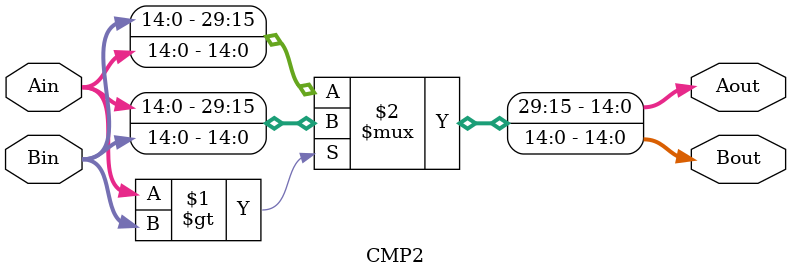
<source format=v>
`timescale 1ns/10ps

module PE(
// CNT form CNTcounter
CNT1,
CNT2,
CNT3,
CNT4,
CNT5,
CNT6,
// next {CNT, flag} to CNTcounter
CNT1_n,
CNT2_n,
CNT3_n,
CNT4_n,
CNT5_n,
CNT6_n,

sum,
flag
);
	input	[14:0]	CNT1, CNT2, CNT3, CNT4, CNT5, CNT6;
	output	[14:0]	CNT1_n, CNT2_n, CNT3_n, CNT4_n, CNT5_n, CNT6_n;
	output 	[7:0]	sum;
	output	[6:0]	flag;
	
	wire [14:0]	U0_min, U0_mid, U0_max;
	wire [14:0] 	U1_min, U1_mid, U1_max;
	wire [14:0]	U2_min, U2_max;
	wire [14:0]	U3_min, U3_max;
	wire [14:0]	U4_min, U4_max;
	CMP3 U0(
		.Ain	(CNT1), 
		.Bin	(CNT2), 
		.Cin	(CNT3), 
		.Aout	(U0_max), 
		.Bout	(U0_mid), 
		.Cout	(U0_min)
	);
	CMP3 U1(
		.Ain	(CNT4), 
		.Bin	(CNT5), 
		.Cin	(CNT6), 
		.Aout	(U1_max), 
		.Bout	(U1_mid), 
		.Cout	(U1_min)
	);
	CMP2 U2(
		.Ain	(U0_min), 
		.Bin	(U1_min),  
		.Aout	(U2_max), 
		.Bout	(U2_min)
	);
	CMP2 U3(
		.Ain	(U0_mid), 
		.Bin	(U1_mid), 
		.Aout	(U3_max), 
		.Bout	(U3_min)
	);
	CMP2 U4(
		.Ain	(U2_max), 
		.Bin	(U3_min), 
		.Aout	(U4_max), 
		.Bout	(U4_min) 
	);
	
	assign {CNT1_n, CNT2_n, CNT3_n, CNT4_n} = {U0_max, U1_max, U3_max, U4_max};
	assign {CNT5_n, CNT6_n} = {U4_min, U2_min};
	assign sum = CNT5_n[14:7] + CNT6_n[14:7];
	assign flag[5:0] = CNT5_n[5:0]|CNT6_n[5:0];
	assign flag[6] = 1'b0;
	
endmodule

`define BITS 15
module CMP3(Ain, Bin, Cin, Aout, Bout, Cout);
input[`BITS-1:0] Ain, Bin, Cin;
output reg[`BITS-1:0] Aout, Bout, Cout;
wire A_lt_B, A_lt_C, B_lt_C;
assign A_lt_B = (Ain < Bin);
assign A_lt_C = (Ain < Cin);
assign B_lt_C = (Bin < Cin);
always@(*) begin
	case({A_lt_B, A_lt_C, B_lt_C})
		3'b111: {Aout, Bout, Cout} = {Cin, Bin, Ain};
		3'b110: {Aout, Bout, Cout} = {Bin, Cin, Ain};
		3'b011: {Aout, Bout, Cout} = {Cin, Ain, Bin};
		3'b100: {Aout, Bout, Cout} = {Bin, Ain, Cin};
		3'b001: {Aout, Bout, Cout} = {Ain, Cin, Bin};
		3'b000: {Aout, Bout, Cout} = {Ain, Bin, Cin};
		default: {Aout, Bout, Cout} = 3*`BITS 'bx;
	endcase
end
endmodule

module CMP2(Ain, Bin, Aout, Bout);
input	[`BITS-1:0] Ain, Bin;
output	[`BITS-1:0] Aout, Bout;
assign {Aout, Bout} = (Ain > Bin)? {Ain, Bin} : {Bin, Ain};
endmodule

</source>
